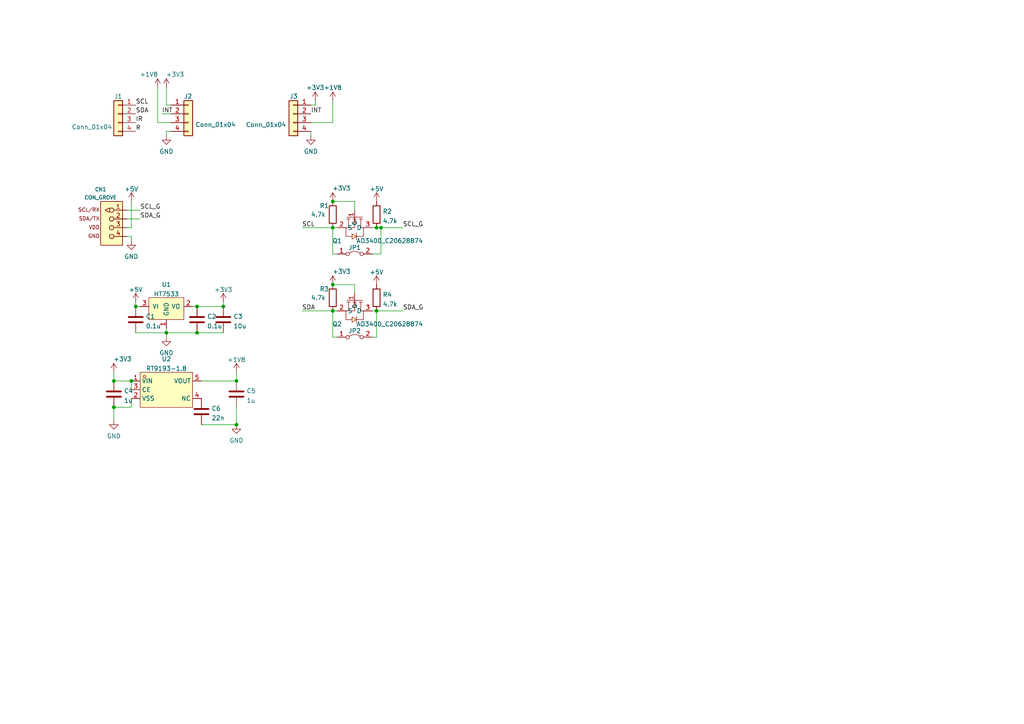
<source format=kicad_sch>
(kicad_sch (version 20211123) (generator eeschema)
  (paper "A4")
  (lib_symbols
    (symbol "Connector_Generic:Conn_01x04" (pin_names (offset 1.016) hide)
      (property "Reference" "J" (at 0 5.08 0))
      (property "Value" "Conn_01x04" (at 0 -7.62 0))
      (symbol "Conn_01x04_1_1"
        (rectangle (start -1.27 -4.953) (end 0 -5.207) (stroke (width 0.1524)))
        (rectangle (start -1.27 -2.413) (end 0 -2.667) (stroke (width 0.1524)))
        (rectangle (start -1.27 0.127) (end 0 -0.127) (stroke (width 0.1524)))
        (rectangle (start -1.27 2.667) (end 0 2.413) (stroke (width 0.1524)))
        (rectangle (start -1.27 3.81) (end 1.27 -6.35) (stroke (width 0.254)) (fill (type background)))
        (pin passive line (at -5.08 2.54 0) (length 3.81) (name "Pin_1") (number "1"))
        (pin passive line (at -5.08 0 0) (length 3.81) (name "Pin_2") (number "2"))
        (pin passive line (at -5.08 -2.54 0) (length 3.81) (name "Pin_3") (number "3"))
        (pin passive line (at -5.08 -5.08 0) (length 3.81) (name "Pin_4") (number "4"))
      )
    )
    (symbol "Device:C" (pin_numbers hide) (pin_names (offset 0.254))
      (property "Reference" "C" (at 0.635 2.54 0))
      (property "Value" "C" (at 0.635 -2.54 0))
      (symbol "C_0_1"
        (polyline (pts (xy -2.032 -0.762) (xy 2.032 -0.762)) (stroke (width 0.508)))
        (polyline (pts (xy -2.032 0.762) (xy 2.032 0.762)) (stroke (width 0.508)))
      )
      (symbol "C_1_1"
        (pin passive line (at 0 3.81 270) (length 2.794) (name "~") (number "1"))
        (pin passive line (at 0 -3.81 90) (length 2.794) (name "~") (number "2"))
      )
    )
    (symbol "Device:R" (pin_numbers hide) (pin_names (offset 0))
      (property "Reference" "R" (at 2.032 0 90))
      (property "Value" "R" (at 0 0 90))
      (symbol "R_0_1"
        (rectangle (start -1.016 -2.54) (end 1.016 2.54) (stroke (width 0.254)))
      )
      (symbol "R_1_1"
        (pin passive line (at 0 3.81 270) (length 1.27) (name "~") (number "1"))
        (pin passive line (at 0 -3.81 90) (length 1.27) (name "~") (number "2"))
      )
    )
    (symbol "Jumper:Jumper_2_Bridged" (pin_names (offset 0) hide)
      (property "Reference" "JP" (at 0 1.905 0))
      (property "Value" "Jumper_2_Bridged" (at 0 -2.54 0))
      (symbol "Jumper_2_Bridged_0_0"
        (circle (center -2.032 0) (radius 0.508))
        (circle (center 2.032 0) (radius 0.508))
      )
      (symbol "Jumper_2_Bridged_0_1"
        (arc (start 1.524 0.254) (mid 0 0.762) (end -1.524 0.254))
      )
      (symbol "Jumper_2_Bridged_1_1"
        (pin passive line (at -5.08 0 0) (length 2.54) (name "A") (number "1"))
        (pin passive line (at 5.08 0 180) (length 2.54) (name "B") (number "2"))
      )
    )
    (symbol "akita:CON_GROVE" (pin_names (offset 1.016))
      (property "Reference" "CN" (at 0 3.81 0))
      (property "Value" "CON_GROVE" (at 3.81 -5.08 90))
      (symbol "CON_GROVE_1_0"
        (text "GND" (at 5.334 -5.588 0) (effects (font (size 1.0668 1.0668)) (justify left bottom)))
        (text "SCL/RX" (at 5.334 2.032 0) (effects (font (size 1.0668 1.0668)) (justify left bottom)))
        (text "SDA/TX" (at 5.334 -0.508 0) (effects (font (size 1.0668 1.0668)) (justify left bottom)))
        (text "VDD" (at 5.334 -3.048 0) (effects (font (size 1.0668 1.0668)) (justify left bottom)))
        (pin bidirectional inverted_clock (at -2.54 2.54 0) (length 5.08) (name "1") (number "1"))
        (pin bidirectional inverted (at -2.54 0 0) (length 5.08) (name "2") (number "2"))
        (pin bidirectional inverted (at -2.54 -2.54 0) (length 5.08) (name "3") (number "3"))
        (pin bidirectional inverted (at -2.54 -5.08 0) (length 5.08) (name "4") (number "4"))
      )
      (symbol "CON_GROVE_1_1"
        (rectangle (start -1.27 5.08) (end 5.08 -7.62) (stroke (width 0.2032)) (fill (type background)))
      )
    )
    (symbol "akita:LDO_3p_GOI" (pin_names (offset 1.016))
      (property "Reference" "U" (at 2.54 5.08 0))
      (property "Value" "LDO_3p_GOI" (at 6.35 -3.81 0))
      (symbol "LDO_3p_GOI_0_1"
        (rectangle (start -5.08 3.81) (end 5.08 -2.54) (fill (type background)))
      )
      (symbol "LDO_3p_GOI_1_1"
        (pin passive line (at 0 -5.08 90) (length 2.54) (name "GND") (number "1"))
        (pin power_out line (at 7.62 1.27 180) (length 2.54) (name "VO") (number "2"))
        (pin power_in line (at -7.62 1.27 0) (length 2.54) (name "VI") (number "3"))
      )
    )
    (symbol "libLCSC:AO3400_C20628874"
      (property "Reference" "Q" (at 0 10.16 0))
      (property "Value" "AO3400_C20628874" (at 0 -10.16 0))
      (symbol "AO3400_C20628874_0_1"
        (polyline (pts (xy -3.05 2.29) (xy -3.05 -2.29)))
        (polyline (pts (xy -2.54 -2.29) (xy -2.54 -1.27)))
        (polyline (pts (xy -2.54 -0.51) (xy -2.54 0.51)))
        (polyline (pts (xy -2.54 2.29) (xy -2.54 1.27)))
        (polyline (pts (xy 0 -1.78) (xy -2.54 -1.78)))
        (polyline (pts (xy -2.54 0) (xy -1.02 -0.51) (xy -1.02 0.51) (xy -2.54 0)) (fill (type background)))
        (polyline (pts (xy 2.54 0.51) (xy 1.78 -0.76) (xy 3.3 -0.76) (xy 2.54 0.51)) (fill (type background)))
        (polyline (pts (xy 3.56 0.51) (xy 3.05 0.51) (xy 2.03 0.51) (xy 1.52 0.51)))
        (polyline (pts (xy -2.54 0) (xy 0 0) (xy 0 -2.54) (xy 2.54 -2.54) (xy 2.54 -0.76)))
        (polyline (pts (xy -2.54 1.78) (xy 0 1.78) (xy 0 2.54) (xy 2.54 2.54) (xy 2.54 0.51)))
        (pin unspecified line (at -5.08 0 0) (length 2.54) (name "G") (number "1"))
        (pin unspecified line (at 0 -5.08 90) (length 2.54) (name "S") (number "2"))
        (pin unspecified line (at 0 5.08 270) (length 2.54) (name "D") (number "3"))
      )
    )
    (symbol "libLCSC:RT9193-1.8"
      (property "Reference" "U" (at 0 7.62 0))
      (property "Value" "RT9193-1.8" (at 0 -7.62 0))
      (symbol "RT9193-1.8_0_1"
        (rectangle (start -7.62 5.08) (end 7.62 -5.08) (fill (type background)))
        (circle (center -6.35 3.81) (radius 0.38))
        (pin unspecified line (at -10.16 2.54 0) (length 2.54) (name "VIN") (number "1"))
        (pin unspecified line (at -10.16 -2.54 0) (length 2.54) (name "VSS") (number "2"))
        (pin unspecified line (at -10.16 0 0) (length 2.54) (name "CE") (number "3"))
        (pin unspecified line (at 10.16 -2.54 180) (length 2.54) (name "NC") (number "4"))
        (pin unspecified line (at 10.16 2.54 180) (length 2.54) (name "VOUT") (number "5"))
      )
    )
    (symbol "power:+1V8" (power) (pin_names (offset 0))
      (property "Value" "+1V8" (at 0 3.556 0))
      (symbol "+1V8_0_1"
        (polyline (pts (xy -0.762 1.27) (xy 0 2.54)))
        (polyline (pts (xy 0 0) (xy 0 2.54)))
        (polyline (pts (xy 0 2.54) (xy 0.762 1.27)))
      )
      (symbol "+1V8_1_1"
        (pin power_in line (at 0 0 90) (length 0) hide (name "+1V8") (number "1"))
      )
    )
    (symbol "power:+3V3" (power) (pin_names (offset 0))
      (property "Value" "+3V3" (at 0 3.556 0))
      (symbol "+3V3_0_1"
        (polyline (pts (xy -0.762 1.27) (xy 0 2.54)))
        (polyline (pts (xy 0 0) (xy 0 2.54)))
        (polyline (pts (xy 0 2.54) (xy 0.762 1.27)))
      )
      (symbol "+3V3_1_1"
        (pin power_in line (at 0 0 90) (length 0) hide (name "+3V3") (number "1"))
      )
    )
    (symbol "power:+5V" (power) (pin_names (offset 0))
      (property "Value" "+5V" (at 0 3.556 0))
      (symbol "+5V_0_1"
        (polyline (pts (xy -0.762 1.27) (xy 0 2.54)))
        (polyline (pts (xy 0 0) (xy 0 2.54)))
        (polyline (pts (xy 0 2.54) (xy 0.762 1.27)))
      )
      (symbol "+5V_1_1"
        (pin power_in line (at 0 0 90) (length 0) hide (name "+5V") (number "1"))
      )
    )
    (symbol "power:GND" (power) (pin_names (offset 0))
      (property "Value" "GND" (at 0 -3.81 0))
      (symbol "GND_0_1"
        (polyline (pts (xy 0 0) (xy 0 -1.27) (xy 1.27 -1.27) (xy 0 -2.54) (xy -1.27 -1.27) (xy 0 -1.27)))
      )
      (symbol "GND_1_1"
        (pin power_in line (at 0 0 270) (length 0) hide (name "GND") (number "1"))
      )
    )
  )
  (junction (at 57.15 88.9))
  (junction (at 64.77 88.9))
  (junction (at 38.1 110.49))
  (junction (at 96.52 66.04))
  (junction (at 96.52 90.17))
  (junction (at 96.52 82.55))
  (junction (at 39.37 88.9))
  (junction (at 33.02 110.49))
  (junction (at 110.49 66.04))
  (junction (at 96.52 58.42))
  (junction (at 109.22 90.17))
  (junction (at 33.02 118.11))
  (junction (at 68.58 123.19))
  (junction (at 48.26 96.52))
  (junction (at 68.58 110.49))
  (junction (at 57.15 96.52))
  (junction (at 109.22 66.04))
  (wire (pts (xy 102.87 82.55) (xy 102.87 85.09)))
  (wire (pts (xy 38.1 110.49) (xy 38.1 113.03)))
  (wire (pts (xy 49.53 38.1) (xy 48.26 38.1)))
  (wire (pts (xy 33.02 110.49) (xy 33.02 107.95)))
  (wire (pts (xy 36.83 68.58) (xy 38.1 68.58)))
  (wire (pts (xy 38.1 68.58) (xy 38.1 69.85)))
  (wire (pts (xy 33.02 118.11) (xy 33.02 121.92)))
  (wire (pts (xy 48.26 96.52) (xy 39.37 96.52)))
  (wire (pts (xy 64.77 87.63) (xy 64.77 88.9)))
  (wire (pts (xy 39.37 88.9) (xy 40.64 88.9)))
  (wire (pts (xy 109.22 90.17) (xy 109.22 97.79)))
  (wire (pts (xy 58.42 123.19) (xy 68.58 123.19)))
  (wire (pts (xy 68.58 110.49) (xy 68.58 107.95)))
  (wire (pts (xy 48.26 30.48) (xy 48.26 25.4)))
  (wire (pts (xy 36.83 60.96) (xy 40.64 60.96)))
  (wire (pts (xy 96.52 90.17) (xy 97.79 90.17)))
  (wire (pts (xy 110.49 66.04) (xy 116.84 66.04)))
  (wire (pts (xy 90.17 38.1) (xy 90.17 39.37)))
  (wire (pts (xy 96.52 35.56) (xy 96.52 29.21)))
  (wire (pts (xy 91.44 30.48) (xy 91.44 29.21)))
  (wire (pts (xy 38.1 110.49) (xy 33.02 110.49)))
  (wire (pts (xy 102.87 58.42) (xy 102.87 60.96)))
  (wire (pts (xy 96.52 66.04) (xy 97.79 66.04)))
  (wire (pts (xy 49.53 35.56) (xy 45.72 35.56)))
  (wire (pts (xy 55.88 88.9) (xy 57.15 88.9)))
  (wire (pts (xy 36.83 66.04) (xy 38.1 66.04)))
  (wire (pts (xy 90.17 35.56) (xy 96.52 35.56)))
  (wire (pts (xy 96.52 97.79) (xy 96.52 90.17)))
  (wire (pts (xy 96.52 82.55) (xy 102.87 82.55)))
  (wire (pts (xy 110.49 73.66) (xy 110.49 66.04)))
  (wire (pts (xy 38.1 66.04) (xy 38.1 58.42)))
  (wire (pts (xy 45.72 35.56) (xy 45.72 25.4)))
  (wire (pts (xy 57.15 96.52) (xy 64.77 96.52)))
  (wire (pts (xy 107.95 73.66) (xy 110.49 73.66)))
  (wire (pts (xy 58.42 110.49) (xy 68.58 110.49)))
  (wire (pts (xy 109.22 66.04) (xy 110.49 66.04)))
  (wire (pts (xy 48.26 38.1) (xy 48.26 39.37)))
  (wire (pts (xy 87.63 90.17) (xy 96.52 90.17)))
  (wire (pts (xy 38.1 118.11) (xy 33.02 118.11)))
  (wire (pts (xy 49.53 30.48) (xy 48.26 30.48)))
  (wire (pts (xy 38.1 115.57) (xy 38.1 118.11)))
  (wire (pts (xy 87.63 66.04) (xy 96.52 66.04)))
  (wire (pts (xy 57.15 88.9) (xy 64.77 88.9)))
  (wire (pts (xy 68.58 118.11) (xy 68.58 123.19)))
  (wire (pts (xy 48.26 95.25) (xy 48.26 96.52)))
  (wire (pts (xy 48.26 96.52) (xy 48.26 97.79)))
  (wire (pts (xy 97.79 97.79) (xy 96.52 97.79)))
  (wire (pts (xy 39.37 87.63) (xy 39.37 88.9)))
  (wire (pts (xy 96.52 66.04) (xy 96.52 73.66)))
  (wire (pts (xy 97.79 73.66) (xy 96.52 73.66)))
  (wire (pts (xy 46.99 33.02) (xy 49.53 33.02)))
  (wire (pts (xy 107.95 90.17) (xy 109.22 90.17)))
  (wire (pts (xy 109.22 90.17) (xy 116.84 90.17)))
  (wire (pts (xy 90.17 30.48) (xy 91.44 30.48)))
  (wire (pts (xy 107.95 66.04) (xy 109.22 66.04)))
  (wire (pts (xy 109.22 97.79) (xy 107.95 97.79)))
  (wire (pts (xy 36.83 63.5) (xy 40.64 63.5)))
  (wire (pts (xy 96.52 58.42) (xy 102.87 58.42)))
  (wire (pts (xy 57.15 96.52) (xy 48.26 96.52)))
  (label "SDA" (at 39.37 33.02 0))
  (label "IR" (at 39.37 35.56 0))
  (label "INT" (at 46.99 33.02 0))
  (label "SDA" (at 87.63 90.17 0))
  (label "INT" (at 90.17 33.02 0))
  (label "SCL_G" (at 116.84 66.04 0))
  (label "SCL_G" (at 40.64 60.96 0))
  (label "SDA_G" (at 40.64 63.5 0))
  (label "SCL" (at 39.37 30.48 0))
  (label "SDA_G" (at 116.84 90.17 0))
  (label "SCL" (at 87.63 66.04 0))
  (label "R" (at 39.37 38.1 0))
  (symbol (lib_id "Connector_Generic:Conn_01x04") (at 54.61 33.02 0) (unit 1)
    (property "Reference" "J2" (at 53.34 27.94 0) (effects (justify left)))
    (property "Value" "Conn_01x04" (at 56.642 36.1566 0) (effects (justify left)))
    (property "Footprint" "Connector_PinSocket_2.54mm:PinSocket_1x04_P2.54mm_Vertical" (effects hide))
  )
  (symbol (lib_id "Device:C") (at 33.02 114.3 0) (unit 1)
    (property "Reference" "C4" (at 35.941 113.3915 0) (effects (justify left)))
    (property "Value" "1u" (at 35.941 116.1666 0) (effects (justify left)))
    (property "Footprint" "Capacitor_SMD:C_0603_1608Metric" (effects hide))
  )
  (symbol (lib_id "power:GND") (at 48.26 39.37 0) (unit 1)
    (property "Reference" "#PWR05" (effects hide))
    (property "Value" "GND" (at 48.26 43.9325 0))
  )
  (symbol (lib_id "Device:C") (at 68.58 114.3 0) (unit 1)
    (property "Reference" "C5" (at 71.501 113.3915 0) (effects (justify left)))
    (property "Value" "1u" (at 71.501 116.1666 0) (effects (justify left)))
    (property "Footprint" "Capacitor_SMD:C_0603_1608Metric" (effects hide))
  )
  (symbol (lib_id "akita:CON_GROVE") (at 34.29 63.5 0) (mirror y) (unit 1)
    (property "Reference" "CN1" (at 29.1687 54.9306 0) (effects (font (size 1.0668 1.0668))))
    (property "Value" "CON_GROVE" (at 29.1687 57.3023 0) (effects (font (size 1.0668 1.0668))))
    (property "Footprint" "akita:CON_GROVE_H" (effects hide))
  )
  (symbol (lib_id "Device:C") (at 64.77 92.71 0) (unit 1)
    (property "Reference" "C3" (at 67.691 91.8015 0) (effects (justify left)))
    (property "Value" "10u" (at 67.691 94.5766 0) (effects (justify left)))
    (property "Footprint" "Capacitor_SMD:C_0603_1608Metric" (effects hide))
  )
  (symbol (lib_id "Device:C") (at 57.15 92.71 0) (unit 1)
    (property "Reference" "C2" (at 60.071 91.8015 0) (effects (justify left)))
    (property "Value" "0.1u" (at 60.071 94.5766 0) (effects (justify left)))
    (property "Footprint" "Capacitor_SMD:C_0603_1608Metric" (effects hide))
  )
  (symbol (lib_id "Connector_Generic:Conn_01x04") (at 34.29 33.02 0) (mirror y) (unit 1)
    (property "Reference" "J1" (at 34.29 27.94 0))
    (property "Value" "Conn_01x04" (at 26.67 36.83 0))
    (property "Footprint" "Connector_PinSocket_2.54mm:PinSocket_1x04_P2.54mm_Vertical" (effects hide))
  )
  (symbol (lib_id "power:+3V3") (at 64.77 87.63 0) (unit 1)
    (property "Reference" "#PWR014" (effects hide))
    (property "Value" "+3V3" (at 64.77 84.0255 0))
  )
  (symbol (lib_id "power:+1V8") (at 68.58 107.95 0) (unit 1)
    (property "Reference" "#PWR017" (effects hide))
    (property "Value" "+1V8" (at 68.58 104.3455 0))
  )
  (symbol (lib_id "power:+3V3") (at 91.44 29.21 0) (unit 1)
    (property "Reference" "#PWR03" (effects hide))
    (property "Value" "+3V3" (at 91.44 25.4 0))
  )
  (symbol (lib_id "Device:R") (at 109.22 62.23 0) (unit 1)
    (property "Reference" "R2" (at 110.998 61.3215 0) (effects (justify left)))
    (property "Value" "4.7k" (at 110.998 64.0966 0) (effects (justify left)))
    (property "Footprint" "Resistor_SMD:R_0603_1608Metric" (effects hide))
  )
  (symbol (lib_id "libLCSC:RT9193-1.8") (at 48.26 113.03 0) (unit 1)
    (property "Reference" "U2" (at 48.26 104.1105 0))
    (property "Value" "RT9193-1.8" (at 48.26 106.8856 0))
    (property "Footprint" "libLCSC:SOT-23-5_L2.9-W1.6-P0.95-LS2.8-BR" (effects hide))
    (property "LCSC Part" "C22466424" (effects hide))
  )
  (symbol (lib_id "power:GND") (at 68.58 123.19 0) (unit 1)
    (property "Reference" "#PWR019" (effects hide))
    (property "Value" "GND" (at 68.58 127.7525 0))
  )
  (symbol (lib_id "power:+5V") (at 38.1 58.42 0) (unit 1)
    (property "Reference" "#PWR09" (effects hide))
    (property "Value" "+5V" (at 38.1 54.8155 0))
  )
  (symbol (lib_id "Jumper:Jumper_2_Bridged") (at 102.87 73.66 0) (unit 1)
    (property "Reference" "JP1" (at 102.87 71.8335 0))
    (property "Value" "Jumper_2_Bridged" (effects hide))
    (property "Footprint" "Jumper:SolderJumper-2_P1.3mm_Bridged_Pad1.0x1.5mm" (effects hide))
  )
  (symbol (lib_id "power:+5V") (at 109.22 58.42 0) (unit 1)
    (property "Reference" "#PWR08" (effects hide))
    (property "Value" "+5V" (at 109.22 54.8155 0))
  )
  (symbol (lib_id "power:+1V8") (at 96.52 29.21 0) (unit 1)
    (property "Reference" "#PWR04" (effects hide))
    (property "Value" "+1V8" (at 96.52 25.4 0))
  )
  (symbol (lib_id "power:+3V3") (at 48.26 25.4 0) (unit 1)
    (property "Reference" "#PWR02" (effects hide))
    (property "Value" "+3V3" (at 50.8 21.59 0))
  )
  (symbol (lib_id "power:+3V3") (at 33.02 107.95 0) (unit 1)
    (property "Reference" "#PWR016" (effects hide))
    (property "Value" "+3V3" (at 35.56 104.14 0))
  )
  (symbol (lib_id "power:GND") (at 38.1 69.85 0) (unit 1)
    (property "Reference" "#PWR012" (effects hide))
    (property "Value" "GND" (at 38.1 74.4125 0))
  )
  (symbol (lib_id "power:+3V3") (at 96.52 82.55 0) (unit 1)
    (property "Reference" "#PWR010" (effects hide))
    (property "Value" "+3V3" (at 99.06 78.74 0))
  )
  (symbol (lib_id "Device:R") (at 109.22 86.36 0) (unit 1)
    (property "Reference" "R4" (at 110.998 85.4515 0) (effects (justify left)))
    (property "Value" "4.7k" (at 110.998 88.2266 0) (effects (justify left)))
    (property "Footprint" "Resistor_SMD:R_0603_1608Metric" (effects hide))
  )
  (symbol (lib_id "Device:R") (at 96.52 62.23 0) (unit 1)
    (property "Reference" "R1" (at 92.71 59.69 0) (effects (justify left)))
    (property "Value" "4.7k" (at 90.17 62.23 0) (effects (justify left)))
    (property "Footprint" "Resistor_SMD:R_0603_1608Metric" (effects hide))
  )
  (symbol (lib_id "power:+3V3") (at 96.52 58.42 0) (unit 1)
    (property "Reference" "#PWR07" (effects hide))
    (property "Value" "+3V3" (at 99.06 54.61 0))
  )
  (symbol (lib_id "akita:LDO_3p_GOI") (at 48.26 90.17 0) (unit 1)
    (property "Reference" "U1" (at 48.26 82.5205 0))
    (property "Value" "HT7533" (at 48.26 85.2956 0))
    (property "Footprint" "Package_TO_SOT_SMD:SOT-23" (effects hide))
  )
  (symbol (lib_id "power:GND") (at 48.26 97.79 0) (unit 1)
    (property "Reference" "#PWR015" (effects hide))
    (property "Value" "GND" (at 48.26 102.3525 0))
  )
  (symbol (lib_id "power:+1V8") (at 45.72 25.4 0) (unit 1)
    (property "Reference" "#PWR01" (effects hide))
    (property "Value" "+1V8" (at 43.18 21.59 0))
  )
  (symbol (lib_id "power:GND") (at 33.02 121.92 0) (unit 1)
    (property "Reference" "#PWR018" (effects hide))
    (property "Value" "GND" (at 33.02 126.4825 0))
  )
  (symbol (lib_id "Device:R") (at 96.52 86.36 0) (unit 1)
    (property "Reference" "R3" (at 92.71 83.82 0) (effects (justify left)))
    (property "Value" "4.7k" (at 90.17 86.36 0) (effects (justify left)))
    (property "Footprint" "Resistor_SMD:R_0603_1608Metric" (effects hide))
  )
  (symbol (lib_id "Device:C") (at 58.42 119.38 0) (unit 1)
    (property "Reference" "C6" (at 61.341 118.4715 0) (effects (justify left)))
    (property "Value" "22n" (at 61.341 121.2466 0) (effects (justify left)))
    (property "Footprint" "Capacitor_SMD:C_0603_1608Metric" (effects hide))
  )
  (symbol (lib_id "power:+5V") (at 109.22 82.55 0) (unit 1)
    (property "Reference" "#PWR011" (effects hide))
    (property "Value" "+5V" (at 109.22 78.9455 0))
  )
  (symbol (lib_id "power:+5V") (at 39.37 87.63 0) (unit 1)
    (property "Reference" "#PWR013" (effects hide))
    (property "Value" "+5V" (at 39.37 84.0255 0))
  )
  (symbol (lib_id "Jumper:Jumper_2_Bridged") (at 102.87 97.79 0) (unit 1)
    (property "Reference" "JP2" (at 102.87 95.9635 0))
    (property "Value" "Jumper_2_Bridged" (effects hide))
    (property "Footprint" "Jumper:SolderJumper-2_P1.3mm_Bridged_Pad1.0x1.5mm" (effects hide))
  )
  (symbol (lib_id "libLCSC:AO3400_C20628874") (at 102.87 90.17 270) (unit 1)
    (property "Reference" "Q2" (at 97.79 93.98 90))
    (property "Value" "AO3400_C20628874" (at 113.03 93.98 90))
    (property "Footprint" "libLCSC:SOT-23-3_L2.9-W1.3-P1.90-LS2.4-BR" (effects hide))
    (property "LCSC Part" "C20628874" (effects hide))
  )
  (symbol (lib_id "Device:C") (at 39.37 92.71 0) (unit 1)
    (property "Reference" "C1" (at 42.291 91.8015 0) (effects (justify left)))
    (property "Value" "0.1u" (at 42.291 94.5766 0) (effects (justify left)))
    (property "Footprint" "Capacitor_SMD:C_0603_1608Metric" (effects hide))
  )
  (symbol (lib_id "Connector_Generic:Conn_01x04") (at 85.09 33.02 0) (mirror y) (unit 1)
    (property "Reference" "J3" (at 86.36 27.94 0) (effects (justify left)))
    (property "Value" "Conn_01x04" (at 83.058 36.1566 0) (effects (justify left)))
    (property "Footprint" "Connector_PinSocket_2.54mm:PinSocket_1x04_P2.54mm_Vertical" (effects hide))
  )
  (symbol (lib_id "power:GND") (at 90.17 39.37 0) (unit 1)
    (property "Reference" "#PWR06" (effects hide))
    (property "Value" "GND" (at 90.17 43.9325 0))
  )
  (symbol (lib_id "libLCSC:AO3400_C20628874") (at 102.87 66.04 270) (unit 1)
    (property "Reference" "Q1" (at 97.79 69.85 90))
    (property "Value" "AO3400_C20628874" (at 113.03 69.85 90))
    (property "Footprint" "libLCSC:SOT-23-3_L2.9-W1.3-P1.90-LS2.4-BR" (effects hide))
    (property "LCSC Part" "C20628874" (effects hide))
  )
)
</source>
